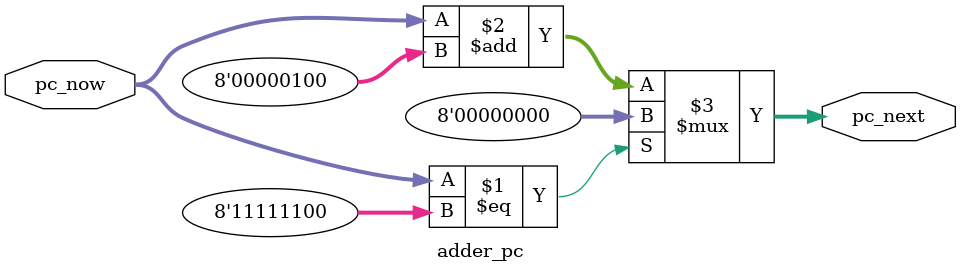
<source format=v>
`define pc_bits_decl 7 // 0~7
`define pc_bits_use 8
`define inst_max_m4  252

module adder_pc(
	input [`pc_bits_decl:0] pc_now,
	output [`pc_bits_decl:0] pc_next
);

assign pc_next = (pc_now == `pc_bits_use'd`inst_max_m4) ? `pc_bits_use'd0 : (pc_now + `pc_bits_use'd4);

endmodule
</source>
